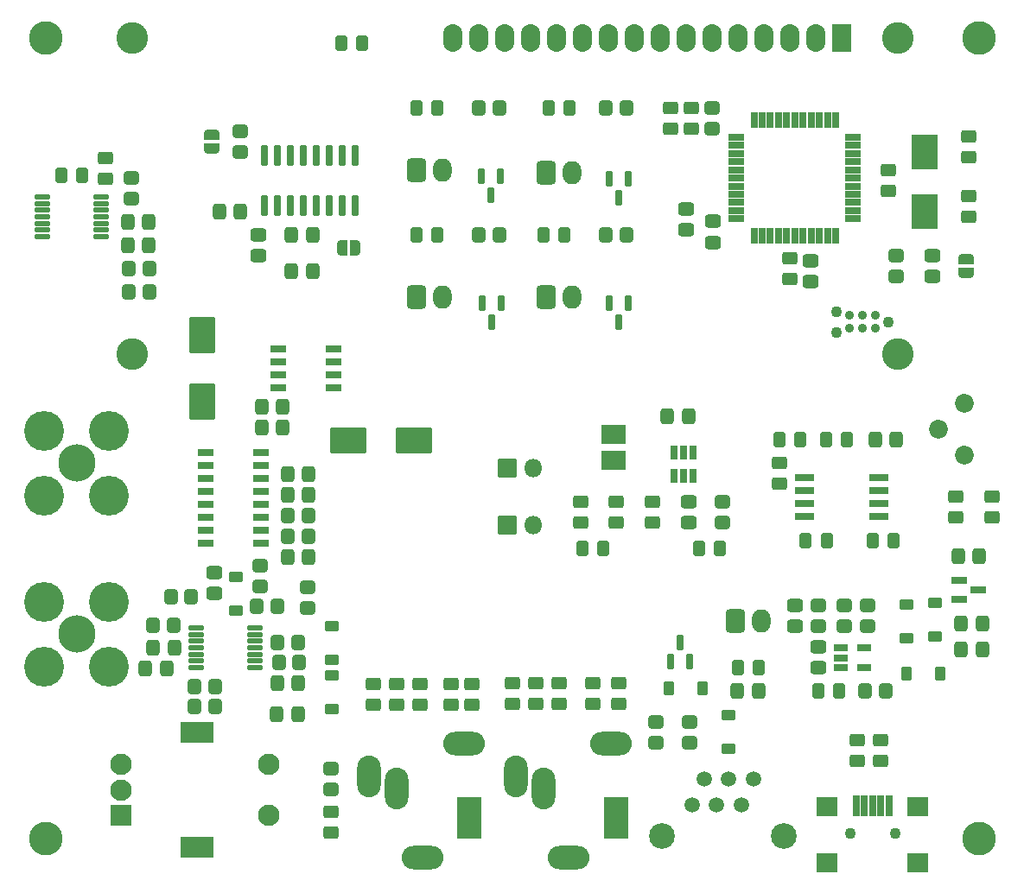
<source format=gbr>
%TF.GenerationSoftware,KiCad,Pcbnew,(6.0.2)*%
%TF.CreationDate,2022-07-25T16:54:15-05:00*%
%TF.ProjectId,pHMeter,70484d65-7465-4722-9e6b-696361645f70,1.0*%
%TF.SameCoordinates,Original*%
%TF.FileFunction,Soldermask,Top*%
%TF.FilePolarity,Negative*%
%FSLAX46Y46*%
G04 Gerber Fmt 4.6, Leading zero omitted, Abs format (unit mm)*
G04 Created by KiCad (PCBNEW (6.0.2)) date 2022-07-25 16:54:15*
%MOMM*%
%LPD*%
G01*
G04 APERTURE LIST*
G04 Aperture macros list*
%AMRoundRect*
0 Rectangle with rounded corners*
0 $1 Rounding radius*
0 $2 $3 $4 $5 $6 $7 $8 $9 X,Y pos of 4 corners*
0 Add a 4 corners polygon primitive as box body*
4,1,4,$2,$3,$4,$5,$6,$7,$8,$9,$2,$3,0*
0 Add four circle primitives for the rounded corners*
1,1,$1+$1,$2,$3*
1,1,$1+$1,$4,$5*
1,1,$1+$1,$6,$7*
1,1,$1+$1,$8,$9*
0 Add four rect primitives between the rounded corners*
20,1,$1+$1,$2,$3,$4,$5,0*
20,1,$1+$1,$4,$5,$6,$7,0*
20,1,$1+$1,$6,$7,$8,$9,0*
20,1,$1+$1,$8,$9,$2,$3,0*%
%AMFreePoly0*
4,1,37,0.535355,0.785355,0.550000,0.750000,0.550000,-0.750000,0.535355,-0.785355,0.500000,-0.800000,0.000000,-0.800000,-0.012524,-0.794812,-0.080857,-0.793560,-0.094851,-0.791293,-0.230166,-0.749018,-0.242962,-0.742915,-0.360972,-0.664360,-0.371540,-0.654911,-0.462760,-0.546392,-0.470252,-0.534356,-0.527347,-0.404597,-0.531159,-0.390943,-0.548742,-0.256483,-0.547388,-0.256306,-0.550000,-0.250000,
-0.550000,0.250000,-0.549522,0.251153,-0.549368,0.263802,-0.527557,0.403879,-0.523412,0.417435,-0.463164,0.545760,-0.455381,0.557609,-0.361537,0.663867,-0.350741,0.673055,-0.230846,0.748703,-0.217905,0.754492,-0.081598,0.793449,-0.067552,0.795373,-0.011991,0.795033,0.000000,0.800000,0.500000,0.800000,0.535355,0.785355,0.535355,0.785355,$1*%
%AMFreePoly1*
4,1,37,0.012350,0.794884,0.074210,0.794507,0.088231,0.792412,0.224052,0.751793,0.236921,0.745846,0.355883,0.668739,0.366566,0.659420,0.459104,0.552023,0.466742,0.540080,0.525419,0.411028,0.529398,0.397421,0.549495,0.257088,0.550000,0.250000,0.550000,-0.250000,0.549996,-0.250610,0.549847,-0.262826,0.549158,-0.270511,0.525638,-0.410312,0.521328,-0.423818,0.459516,-0.551397,
0.451589,-0.563150,0.356454,-0.668254,0.345546,-0.677309,0.224736,-0.751486,0.211726,-0.757116,0.074953,-0.794405,0.060885,-0.796158,0.011462,-0.795252,0.000000,-0.800000,-0.500000,-0.800000,-0.535355,-0.785355,-0.550000,-0.750000,-0.550000,0.750000,-0.535355,0.785355,-0.500000,0.800000,0.000000,0.800000,0.012350,0.794884,0.012350,0.794884,$1*%
G04 Aperture macros list end*
%ADD10RoundRect,0.300000X-0.450000X0.350000X-0.450000X-0.350000X0.450000X-0.350000X0.450000X0.350000X0*%
%ADD11RoundRect,0.300000X-0.450000X0.325000X-0.450000X-0.325000X0.450000X-0.325000X0.450000X0.325000X0*%
%ADD12RoundRect,0.300000X-0.350000X-0.450000X0.350000X-0.450000X0.350000X0.450000X-0.350000X0.450000X0*%
%ADD13RoundRect,0.050000X-1.100000X0.912500X-1.100000X-0.912500X1.100000X-0.912500X1.100000X0.912500X0*%
%ADD14RoundRect,0.300000X0.450000X-0.325000X0.450000X0.325000X-0.450000X0.325000X-0.450000X-0.325000X0*%
%ADD15RoundRect,0.300000X0.337500X0.475000X-0.337500X0.475000X-0.337500X-0.475000X0.337500X-0.475000X0*%
%ADD16RoundRect,0.200000X0.150000X-0.512500X0.150000X0.512500X-0.150000X0.512500X-0.150000X-0.512500X0*%
%ADD17RoundRect,0.050000X0.600000X-0.450000X0.600000X0.450000X-0.600000X0.450000X-0.600000X-0.450000X0*%
%ADD18RoundRect,0.300000X-0.475000X0.337500X-0.475000X-0.337500X0.475000X-0.337500X0.475000X0.337500X0*%
%ADD19RoundRect,0.050000X0.450000X0.600000X-0.450000X0.600000X-0.450000X-0.600000X0.450000X-0.600000X0*%
%ADD20RoundRect,0.300000X-0.325000X-0.450000X0.325000X-0.450000X0.325000X0.450000X-0.325000X0.450000X0*%
%ADD21C,1.100000*%
%ADD22RoundRect,0.050000X-0.250000X-1.000000X0.250000X-1.000000X0.250000X1.000000X-0.250000X1.000000X0*%
%ADD23RoundRect,0.050000X-1.000000X-0.850000X1.000000X-0.850000X1.000000X0.850000X-1.000000X0.850000X0*%
%ADD24RoundRect,0.300000X0.325000X0.450000X-0.325000X0.450000X-0.325000X-0.450000X0.325000X-0.450000X0*%
%ADD25RoundRect,0.200000X-0.150000X0.587500X-0.150000X-0.587500X0.150000X-0.587500X0.150000X0.587500X0*%
%ADD26RoundRect,0.300000X0.350000X0.450000X-0.350000X0.450000X-0.350000X-0.450000X0.350000X-0.450000X0*%
%ADD27C,3.300000*%
%ADD28C,2.513000*%
%ADD29C,1.497000*%
%ADD30O,2.300000X4.100000*%
%ADD31O,4.100000X2.300000*%
%ADD32RoundRect,0.050000X1.100000X-2.000000X1.100000X2.000000X-1.100000X2.000000X-1.100000X-2.000000X0*%
%ADD33RoundRect,0.300000X-0.337500X-0.475000X0.337500X-0.475000X0.337500X0.475000X-0.337500X0.475000X0*%
%ADD34RoundRect,0.050000X0.850000X-0.850000X0.850000X0.850000X-0.850000X0.850000X-0.850000X-0.850000X0*%
%ADD35O,1.800000X1.800000*%
%ADD36C,1.090600*%
%ADD37C,0.887400*%
%ADD38FreePoly0,90.000000*%
%ADD39FreePoly1,90.000000*%
%ADD40RoundRect,0.050000X-1.250000X1.662500X-1.250000X-1.662500X1.250000X-1.662500X1.250000X1.662500X0*%
%ADD41RoundRect,0.050000X0.275000X-0.750000X0.275000X0.750000X-0.275000X0.750000X-0.275000X-0.750000X0*%
%ADD42RoundRect,0.050000X0.750000X0.275000X-0.750000X0.275000X-0.750000X-0.275000X0.750000X-0.275000X0*%
%ADD43RoundRect,0.300000X0.450000X-0.350000X0.450000X0.350000X-0.450000X0.350000X-0.450000X-0.350000X0*%
%ADD44FreePoly0,270.000000*%
%ADD45FreePoly1,270.000000*%
%ADD46RoundRect,0.300000X0.475000X-0.337500X0.475000X0.337500X-0.475000X0.337500X-0.475000X-0.337500X0*%
%ADD47RoundRect,0.050000X-0.850000X-0.325000X0.850000X-0.325000X0.850000X0.325000X-0.850000X0.325000X0*%
%ADD48RoundRect,0.200000X0.150000X-0.825000X0.150000X0.825000X-0.150000X0.825000X-0.150000X-0.825000X0*%
%ADD49RoundRect,0.150000X0.637500X0.100000X-0.637500X0.100000X-0.637500X-0.100000X0.637500X-0.100000X0*%
%ADD50FreePoly0,180.000000*%
%ADD51FreePoly1,180.000000*%
%ADD52RoundRect,0.300000X-0.620000X-0.845000X0.620000X-0.845000X0.620000X0.845000X-0.620000X0.845000X0*%
%ADD53O,1.840000X2.290000*%
%ADD54RoundRect,0.200000X-0.587500X-0.150000X0.587500X-0.150000X0.587500X0.150000X-0.587500X0.150000X0*%
%ADD55RoundRect,0.200000X0.150000X-0.587500X0.150000X0.587500X-0.150000X0.587500X-0.150000X-0.587500X0*%
%ADD56RoundRect,0.200000X-0.512500X-0.150000X0.512500X-0.150000X0.512500X0.150000X-0.512500X0.150000X0*%
%ADD57RoundRect,0.300000X-1.000000X1.500000X-1.000000X-1.500000X1.000000X-1.500000X1.000000X1.500000X0*%
%ADD58RoundRect,0.300000X-1.500000X-1.000000X1.500000X-1.000000X1.500000X1.000000X-1.500000X1.000000X0*%
%ADD59RoundRect,0.150000X-0.637500X-0.100000X0.637500X-0.100000X0.637500X0.100000X-0.637500X0.100000X0*%
%ADD60RoundRect,0.050000X-0.727449X-0.279000X0.727449X-0.279000X0.727449X0.279000X-0.727449X0.279000X0*%
%ADD61RoundRect,0.050000X-0.600000X0.450000X-0.600000X-0.450000X0.600000X-0.450000X0.600000X0.450000X0*%
%ADD62C,3.656000*%
%ADD63C,3.910000*%
%ADD64C,3.100000*%
%ADD65RoundRect,0.050000X0.900000X1.300000X-0.900000X1.300000X-0.900000X-1.300000X0.900000X-1.300000X0*%
%ADD66O,1.900000X2.700000*%
%ADD67RoundRect,0.050000X-1.000000X-1.000000X1.000000X-1.000000X1.000000X1.000000X-1.000000X1.000000X0*%
%ADD68C,2.100000*%
%ADD69RoundRect,0.050000X-1.600000X-1.000000X1.600000X-1.000000X1.600000X1.000000X-1.600000X1.000000X0*%
%ADD70C,1.850000*%
G04 APERTURE END LIST*
D10*
%TO.C,R39*%
X120548600Y-99740200D03*
X120548600Y-101740200D03*
%TD*%
D11*
%TO.C,R40*%
X106705600Y-99707800D03*
X106705600Y-101757800D03*
%TD*%
D12*
%TO.C,R3*%
X62389600Y-79159200D03*
X64389600Y-79159200D03*
%TD*%
D13*
%TO.C,L2*%
X109880600Y-93111700D03*
X109880600Y-95686700D03*
%TD*%
D14*
%TO.C,C25*%
X110134600Y-101765200D03*
X110134600Y-99715200D03*
%TD*%
D11*
%TO.C,R14*%
X133756600Y-123083200D03*
X133756600Y-125133200D03*
%TD*%
D15*
%TO.C,C22*%
X117259100Y-91351200D03*
X115184100Y-91351200D03*
%TD*%
D14*
%TO.C,C24*%
X113690600Y-101765200D03*
X113690600Y-99715200D03*
%TD*%
D11*
%TO.C,R15*%
X136042600Y-123083200D03*
X136042600Y-125133200D03*
%TD*%
D10*
%TO.C,R25*%
X114046000Y-121330200D03*
X114046000Y-123330200D03*
%TD*%
D16*
%TO.C,U5*%
X115783601Y-97149699D03*
X116733601Y-97149699D03*
X117683601Y-97149699D03*
X117683601Y-94874699D03*
X116733601Y-94874699D03*
X115783601Y-94874699D03*
%TD*%
D17*
%TO.C,D3*%
X138582600Y-113067200D03*
X138582600Y-109767200D03*
%TD*%
D18*
%TO.C,C19*%
X117246600Y-99702700D03*
X117246600Y-101777700D03*
%TD*%
D19*
%TO.C,D4*%
X141909000Y-116548000D03*
X138609000Y-116548000D03*
%TD*%
D20*
%TO.C,D15*%
X118262600Y-104305200D03*
X120312600Y-104305200D03*
%TD*%
D21*
%TO.C,X1*%
X137480600Y-132245200D03*
X133080600Y-132245200D03*
D22*
X133680600Y-129545200D03*
X134480600Y-129545200D03*
X135280600Y-129545200D03*
X136080600Y-129545200D03*
X136880600Y-129545200D03*
D23*
X130830600Y-129645200D03*
X139730600Y-129645200D03*
X139730600Y-135095200D03*
X130830600Y-135095200D03*
%TD*%
D24*
%TO.C,D16*%
X108882600Y-104305200D03*
X106832600Y-104305200D03*
%TD*%
D14*
%TO.C,D7*%
X82168599Y-132142201D03*
X82168599Y-130092201D03*
%TD*%
D20*
%TO.C,R31*%
X83210600Y-54775200D03*
X85260600Y-54775200D03*
%TD*%
D10*
%TO.C,R16*%
X82194600Y-125902200D03*
X82194600Y-127902200D03*
%TD*%
D20*
%TO.C,D17*%
X103512600Y-61125200D03*
X105562600Y-61125200D03*
%TD*%
%TO.C,D18*%
X103004600Y-73571200D03*
X105054600Y-73571200D03*
%TD*%
D25*
%TO.C,Q4*%
X111338600Y-68077700D03*
X109438600Y-68077700D03*
X110388600Y-69952700D03*
%TD*%
%TO.C,Q5*%
X111338600Y-80269700D03*
X109438600Y-80269700D03*
X110388600Y-82144700D03*
%TD*%
D26*
%TO.C,R47*%
X111125600Y-61125200D03*
X109125600Y-61125200D03*
%TD*%
%TO.C,R48*%
X111125600Y-73571200D03*
X109125600Y-73571200D03*
%TD*%
D27*
%TO.C,H3*%
X54254600Y-54267200D03*
%TD*%
%TO.C,H4*%
X145694600Y-54267200D03*
%TD*%
D17*
%TO.C,D5*%
X141376600Y-112941200D03*
X141376600Y-109641200D03*
%TD*%
D15*
%TO.C,C20*%
X145716100Y-105067200D03*
X143641100Y-105067200D03*
%TD*%
D11*
%TO.C,R49*%
X110388600Y-117495200D03*
X110388600Y-119545200D03*
%TD*%
D14*
%TO.C,R51*%
X107848600Y-119563200D03*
X107848600Y-117513200D03*
%TD*%
%TO.C,R53*%
X99974600Y-119563200D03*
X99974600Y-117513200D03*
%TD*%
%TO.C,R55*%
X102260600Y-119563200D03*
X102260600Y-117513200D03*
%TD*%
D28*
%TO.C,J5*%
X114596602Y-132511200D03*
X126596600Y-132511200D03*
D29*
X123596600Y-126911200D03*
X122396600Y-129451200D03*
X121196600Y-126911200D03*
X119996600Y-129451200D03*
X118796599Y-126911200D03*
X117596599Y-129451200D03*
%TD*%
D30*
%TO.C,J4*%
X100309000Y-126614000D03*
X103009000Y-127814000D03*
D31*
X105509000Y-134614000D03*
D32*
X110109000Y-130714000D03*
D31*
X109609000Y-123414000D03*
%TD*%
D11*
%TO.C,D19*%
X104546600Y-117495200D03*
X104546600Y-119545200D03*
%TD*%
D27*
%TO.C,H2*%
X145694600Y-132753200D03*
%TD*%
D33*
%TO.C,C1*%
X62282600Y-72301200D03*
X64357600Y-72301200D03*
%TD*%
%TO.C,C3*%
X62282600Y-74587200D03*
X64357600Y-74587200D03*
%TD*%
D18*
%TO.C,C11*%
X129184600Y-76089700D03*
X129184600Y-78164700D03*
%TD*%
D14*
%TO.C,C9*%
X60096600Y-68070700D03*
X60096600Y-66020700D03*
%TD*%
D34*
%TO.C,JP2*%
X99441000Y-101981000D03*
D35*
X101981000Y-101981000D03*
%TD*%
D33*
%TO.C,C29*%
X78354100Y-77127200D03*
X80429100Y-77127200D03*
%TD*%
%TO.C,C31*%
X135522100Y-93637200D03*
X137597100Y-93637200D03*
%TD*%
D36*
%TO.C,J1*%
X131724600Y-83096200D03*
X136804600Y-82080200D03*
X131724600Y-81064200D03*
D37*
X135534600Y-81445200D03*
X135534600Y-82715200D03*
X134264600Y-81445200D03*
X134264600Y-82715200D03*
X132994600Y-81445200D03*
X132994600Y-82715200D03*
%TD*%
D15*
%TO.C,C27*%
X73326100Y-71285200D03*
X71251100Y-71285200D03*
%TD*%
D34*
%TO.C,JP1*%
X99441000Y-96393000D03*
D35*
X101981000Y-96393000D03*
%TD*%
D38*
%TO.C,J8*%
X70510600Y-65077200D03*
D39*
X70510600Y-63777200D03*
%TD*%
D18*
%TO.C,C26*%
X75082600Y-73558700D03*
X75082600Y-75633700D03*
%TD*%
D33*
%TO.C,C28*%
X78354100Y-73571200D03*
X80429100Y-73571200D03*
%TD*%
D12*
%TO.C,R4*%
X62389600Y-76873200D03*
X64389600Y-76873200D03*
%TD*%
D40*
%TO.C,Y1*%
X140360600Y-65413500D03*
X140360600Y-71238500D03*
%TD*%
D41*
%TO.C,U3*%
X123660600Y-73683200D03*
X124460600Y-73683200D03*
X125260600Y-73683200D03*
X126060600Y-73683200D03*
X126860600Y-73683200D03*
X127660600Y-73683200D03*
X128460600Y-73683200D03*
X129260600Y-73683200D03*
X130060600Y-73683200D03*
X130860600Y-73683200D03*
X131660600Y-73683200D03*
D42*
X133360600Y-71983200D03*
X133360600Y-71183200D03*
X133360600Y-70383200D03*
X133360600Y-69583200D03*
X133360600Y-68783200D03*
X133360600Y-67983200D03*
X133360600Y-67183200D03*
X133360600Y-66383200D03*
X133360600Y-65583200D03*
X133360600Y-64783200D03*
X133360600Y-63983200D03*
D41*
X131660600Y-62283200D03*
X130860600Y-62283200D03*
X130060600Y-62283200D03*
X129260600Y-62283200D03*
X128460600Y-62283200D03*
X127660600Y-62283200D03*
X126860600Y-62283200D03*
X126060600Y-62283200D03*
X125260600Y-62283200D03*
X124460600Y-62283200D03*
X123660600Y-62283200D03*
D42*
X121960600Y-63983200D03*
X121960600Y-64783200D03*
X121960600Y-65583200D03*
X121960600Y-66383200D03*
X121960600Y-67183200D03*
X121960600Y-67983200D03*
X121960600Y-68783200D03*
X121960600Y-69583200D03*
X121960600Y-70383200D03*
X121960600Y-71183200D03*
X121960600Y-71983200D03*
%TD*%
D43*
%TO.C,R36*%
X119532600Y-63141200D03*
X119532600Y-61141200D03*
%TD*%
%TO.C,R34*%
X137566600Y-77628200D03*
X137566600Y-75628200D03*
%TD*%
D44*
%TO.C,J7*%
X144424600Y-75969200D03*
D45*
X144424600Y-77269200D03*
%TD*%
D11*
%TO.C,C18*%
X127152600Y-75839200D03*
X127152600Y-77889200D03*
%TD*%
D18*
%TO.C,C17*%
X119634000Y-72241500D03*
X119634000Y-74316500D03*
%TD*%
%TO.C,C16*%
X116967000Y-71018700D03*
X116967000Y-73093700D03*
%TD*%
D46*
%TO.C,C15*%
X141122600Y-77656700D03*
X141122600Y-75581700D03*
%TD*%
D11*
%TO.C,C14*%
X144678600Y-69743200D03*
X144678600Y-71793200D03*
%TD*%
D14*
%TO.C,C13*%
X144678600Y-65951200D03*
X144678600Y-63901200D03*
%TD*%
D47*
%TO.C,U7*%
X128582600Y-97320200D03*
X128582600Y-98590200D03*
X128582600Y-99860200D03*
X128582600Y-101130200D03*
X135882600Y-101130200D03*
X135882600Y-99860200D03*
X135882600Y-98590200D03*
X135882600Y-97320200D03*
%TD*%
D48*
%TO.C,U6*%
X75717600Y-70712200D03*
X76987600Y-70712200D03*
X78257600Y-70712200D03*
X79527600Y-70712200D03*
X80797600Y-70712200D03*
X82067600Y-70712200D03*
X83337600Y-70712200D03*
X84607600Y-70712200D03*
X84607600Y-65762200D03*
X83337600Y-65762200D03*
X82067600Y-65762200D03*
X80797600Y-65762200D03*
X79527600Y-65762200D03*
X78257600Y-65762200D03*
X76987600Y-65762200D03*
X75717600Y-65762200D03*
%TD*%
D49*
%TO.C,U1*%
X59657100Y-73743200D03*
X59657100Y-73093200D03*
X59657100Y-72443200D03*
X59657100Y-71793200D03*
X59657100Y-71143200D03*
X59657100Y-70493200D03*
X59657100Y-69843200D03*
X53932100Y-69843200D03*
X53932100Y-70493200D03*
X53932100Y-71143200D03*
X53932100Y-71793200D03*
X53932100Y-72443200D03*
X53932100Y-73093200D03*
X53932100Y-73743200D03*
%TD*%
D11*
%TO.C,R33*%
X146964600Y-99225200D03*
X146964600Y-101275200D03*
%TD*%
D14*
%TO.C,R32*%
X143408600Y-101257200D03*
X143408600Y-99207200D03*
%TD*%
D20*
%TO.C,D12*%
X90576600Y-73571200D03*
X92626600Y-73571200D03*
%TD*%
%TO.C,D11*%
X126136600Y-93637200D03*
X128186600Y-93637200D03*
%TD*%
D50*
%TO.C,SJ1*%
X84622600Y-74841200D03*
D51*
X83322600Y-74841200D03*
%TD*%
D14*
%TO.C,R44*%
X126136600Y-97973200D03*
X126136600Y-95923200D03*
%TD*%
D20*
%TO.C,R43*%
X128727400Y-103543200D03*
X130777400Y-103543200D03*
%TD*%
%TO.C,R42*%
X135280600Y-103543200D03*
X137330600Y-103543200D03*
%TD*%
D43*
%TO.C,R41*%
X73304600Y-65436200D03*
X73304600Y-63436200D03*
%TD*%
D26*
%TO.C,R27*%
X98679600Y-73571200D03*
X96679600Y-73571200D03*
%TD*%
D24*
%TO.C,R24*%
X132758600Y-93637200D03*
X130708600Y-93637200D03*
%TD*%
D43*
%TO.C,R13*%
X62636600Y-70008200D03*
X62636600Y-68008200D03*
%TD*%
D24*
%TO.C,R11*%
X57828600Y-67729200D03*
X55778600Y-67729200D03*
%TD*%
D20*
%TO.C,D13*%
X90558600Y-61125200D03*
X92608600Y-61125200D03*
%TD*%
D26*
%TO.C,R26*%
X98697600Y-61125200D03*
X96697600Y-61125200D03*
%TD*%
D25*
%TO.C,Q1*%
X98826600Y-67791700D03*
X96926600Y-67791700D03*
X97876600Y-69666700D03*
%TD*%
D52*
%TO.C,JP3*%
X90576600Y-79667200D03*
D53*
X93116600Y-79667200D03*
%TD*%
D52*
%TO.C,JP4*%
X90576600Y-67221200D03*
D53*
X93116600Y-67221200D03*
%TD*%
D52*
%TO.C,JP6*%
X103276600Y-67475200D03*
D53*
X105816600Y-67475200D03*
%TD*%
D52*
%TO.C,JP7*%
X103276600Y-79667200D03*
D53*
X105816600Y-79667200D03*
%TD*%
D25*
%TO.C,Q2*%
X98892600Y-80237700D03*
X96992600Y-80237700D03*
X97942600Y-82112700D03*
%TD*%
D54*
%TO.C,U4*%
X143757100Y-107419200D03*
X143757100Y-109319200D03*
X145632100Y-108369200D03*
%TD*%
D33*
%TO.C,C6*%
X143973600Y-114211200D03*
X146048600Y-114211200D03*
%TD*%
%TO.C,C7*%
X143973600Y-111671200D03*
X146048600Y-111671200D03*
%TD*%
D19*
%TO.C,D14*%
X118642600Y-118021200D03*
X115342600Y-118021200D03*
%TD*%
D24*
%TO.C,R45*%
X124104600Y-115989200D03*
X122054600Y-115989200D03*
%TD*%
D46*
%TO.C,C23*%
X129946600Y-116001700D03*
X129946600Y-113926700D03*
%TD*%
%TO.C,C21*%
X127660600Y-111955700D03*
X127660600Y-109880700D03*
%TD*%
D55*
%TO.C,Q3*%
X115468600Y-115402700D03*
X117368600Y-115402700D03*
X116418600Y-113527700D03*
%TD*%
D43*
%TO.C,R29*%
X129946600Y-111900200D03*
X129946600Y-109900200D03*
%TD*%
D24*
%TO.C,R38*%
X131978600Y-118275200D03*
X129928600Y-118275200D03*
%TD*%
D12*
%TO.C,R46*%
X134543600Y-118275200D03*
X136543600Y-118275200D03*
%TD*%
D10*
%TO.C,R37*%
X134772600Y-109909200D03*
X134772600Y-111909200D03*
%TD*%
D15*
%TO.C,C33*%
X124117100Y-118275200D03*
X122042100Y-118275200D03*
%TD*%
D56*
%TO.C,U9*%
X132160101Y-114070201D03*
X132160101Y-115020201D03*
X132160101Y-115970201D03*
X134435101Y-115970201D03*
X134435101Y-114070201D03*
%TD*%
D10*
%TO.C,R28*%
X117348000Y-121330200D03*
X117348000Y-123330200D03*
%TD*%
D43*
%TO.C,R30*%
X132486600Y-111900200D03*
X132486600Y-109900200D03*
%TD*%
D11*
%TO.C,R35*%
X136804600Y-67221200D03*
X136804600Y-69271200D03*
%TD*%
D52*
%TO.C,JP5*%
X121818600Y-111417200D03*
D53*
X124358600Y-111417200D03*
%TD*%
D11*
%TO.C,R20*%
X117500600Y-61116200D03*
X117500600Y-63166200D03*
%TD*%
%TO.C,D8*%
X115468600Y-61116200D03*
X115468600Y-63166200D03*
%TD*%
D27*
%TO.C,H1*%
X54254600Y-132753200D03*
%TD*%
D33*
%TO.C,C2*%
X77956500Y-99060000D03*
X80031500Y-99060000D03*
%TD*%
D15*
%TO.C,C4*%
X80031500Y-97028000D03*
X77956500Y-97028000D03*
%TD*%
D33*
%TO.C,C5*%
X77956500Y-105156000D03*
X80031500Y-105156000D03*
%TD*%
D15*
%TO.C,C8*%
X66845000Y-114046000D03*
X64770000Y-114046000D03*
%TD*%
D33*
%TO.C,C12*%
X75416500Y-92456000D03*
X77491500Y-92456000D03*
%TD*%
D15*
%TO.C,C30*%
X66083000Y-116078000D03*
X64008000Y-116078000D03*
%TD*%
%TO.C,C32*%
X78994000Y-120523000D03*
X76919000Y-120523000D03*
%TD*%
D33*
%TO.C,C34*%
X76940500Y-117475000D03*
X79015500Y-117475000D03*
%TD*%
D57*
%TO.C,C36*%
X69596000Y-83364000D03*
X69596000Y-89864000D03*
%TD*%
D58*
%TO.C,C37*%
X83872000Y-93726000D03*
X90372000Y-93726000D03*
%TD*%
D17*
%TO.C,D1*%
X82296000Y-115188000D03*
X82296000Y-111888000D03*
%TD*%
%TO.C,D2*%
X82296000Y-120014000D03*
X82296000Y-116714000D03*
%TD*%
%TO.C,D6*%
X72898000Y-110362000D03*
X72898000Y-107062000D03*
%TD*%
D12*
%TO.C,R1*%
X68850000Y-117856000D03*
X70850000Y-117856000D03*
%TD*%
%TO.C,R2*%
X77994000Y-101092000D03*
X79994000Y-101092000D03*
%TD*%
D26*
%TO.C,R5*%
X70850000Y-119761000D03*
X68850000Y-119761000D03*
%TD*%
D12*
%TO.C,R6*%
X77994000Y-103124000D03*
X79994000Y-103124000D03*
%TD*%
D26*
%TO.C,R7*%
X79089000Y-115493800D03*
X77089000Y-115493800D03*
%TD*%
D12*
%TO.C,R8*%
X76978000Y-113538000D03*
X78978000Y-113538000D03*
%TD*%
D10*
%TO.C,R9*%
X79883000Y-108109000D03*
X79883000Y-110109000D03*
%TD*%
%TO.C,R12*%
X75285600Y-105984800D03*
X75285600Y-107984800D03*
%TD*%
D26*
%TO.C,R17*%
X68513200Y-109016800D03*
X66513200Y-109016800D03*
%TD*%
%TO.C,R18*%
X66795400Y-111810800D03*
X64795400Y-111810800D03*
%TD*%
D59*
%TO.C,U2*%
X69019500Y-112096000D03*
X69019500Y-112746000D03*
X69019500Y-113396000D03*
X69019500Y-114046000D03*
X69019500Y-114696000D03*
X69019500Y-115346000D03*
X69019500Y-115996000D03*
X74744500Y-115996000D03*
X74744500Y-115346000D03*
X74744500Y-114696000D03*
X74744500Y-114046000D03*
X74744500Y-113396000D03*
X74744500Y-112746000D03*
X74744500Y-112096000D03*
%TD*%
D60*
%TO.C,U8*%
X69922652Y-94869000D03*
X69922652Y-96139000D03*
X69922652Y-97409000D03*
X69922652Y-98679000D03*
X69922652Y-99949000D03*
X69922652Y-101219000D03*
X69922652Y-102489000D03*
X69922652Y-103759000D03*
X75365348Y-103759000D03*
X75365348Y-102489000D03*
X75365348Y-101219000D03*
X75365348Y-99949000D03*
X75365348Y-98679000D03*
X75365348Y-97409000D03*
X75365348Y-96139000D03*
X75365348Y-94869000D03*
%TD*%
%TO.C,U10*%
X77034652Y-84709000D03*
X77034652Y-85979000D03*
X77034652Y-87249000D03*
X77034652Y-88519000D03*
X82477348Y-88519000D03*
X82477348Y-87249000D03*
X82477348Y-85979000D03*
X82477348Y-84709000D03*
%TD*%
D12*
%TO.C,R10*%
X74946000Y-109982000D03*
X76946000Y-109982000D03*
%TD*%
D11*
%TO.C,D9*%
X90932000Y-117593000D03*
X90932000Y-119643000D03*
%TD*%
D30*
%TO.C,J6*%
X85958000Y-126614000D03*
X88658000Y-127814000D03*
D31*
X91158000Y-134614000D03*
D32*
X95758000Y-130714000D03*
D31*
X95258000Y-123414000D03*
%TD*%
D11*
%TO.C,R19*%
X96012000Y-117584000D03*
X96012000Y-119634000D03*
%TD*%
D14*
%TO.C,R21*%
X93980000Y-119643000D03*
X93980000Y-117593000D03*
%TD*%
%TO.C,R22*%
X86360000Y-119643000D03*
X86360000Y-117593000D03*
%TD*%
%TO.C,R23*%
X88646000Y-119652000D03*
X88646000Y-117602000D03*
%TD*%
D33*
%TO.C,C10*%
X75416500Y-90424000D03*
X77491500Y-90424000D03*
%TD*%
D46*
%TO.C,C35*%
X70739000Y-108733500D03*
X70739000Y-106658500D03*
%TD*%
D61*
%TO.C,D10*%
X121158000Y-120651000D03*
X121158000Y-123951000D03*
%TD*%
D62*
%TO.C,J3*%
X57302600Y-95923200D03*
D63*
X54127600Y-92748200D03*
X60477600Y-92748200D03*
X60477600Y-99098200D03*
X54127600Y-99098200D03*
%TD*%
D64*
%TO.C,DS1*%
X62733120Y-85267900D03*
X137731700Y-85267900D03*
X137731700Y-54267200D03*
X62732600Y-54267200D03*
D65*
X132232600Y-54267200D03*
D66*
X129692600Y-54267200D03*
X127152600Y-54267200D03*
X124612600Y-54267200D03*
X122072600Y-54267200D03*
X119532600Y-54267200D03*
X116992600Y-54267200D03*
X114452600Y-54267200D03*
X111912600Y-54267200D03*
X109372600Y-54267200D03*
X106832600Y-54267200D03*
X104292600Y-54267200D03*
X101752600Y-54267200D03*
X99212600Y-54267200D03*
X96672600Y-54267200D03*
X94132600Y-54267200D03*
%TD*%
D67*
%TO.C,SW1*%
X61620600Y-130467200D03*
D68*
X61620600Y-125467200D03*
X61620600Y-127967200D03*
D69*
X69120600Y-122367200D03*
X69120600Y-133567200D03*
D68*
X76120600Y-125467200D03*
X76120600Y-130467200D03*
%TD*%
D70*
%TO.C,RV1*%
X144297600Y-90081200D03*
X141757600Y-92621200D03*
X144297600Y-95161200D03*
%TD*%
D62*
%TO.C,J2*%
X57302600Y-112687200D03*
D63*
X54127600Y-109512200D03*
X60477600Y-109512200D03*
X54127600Y-115862200D03*
X60477600Y-115862200D03*
%TD*%
M02*

</source>
